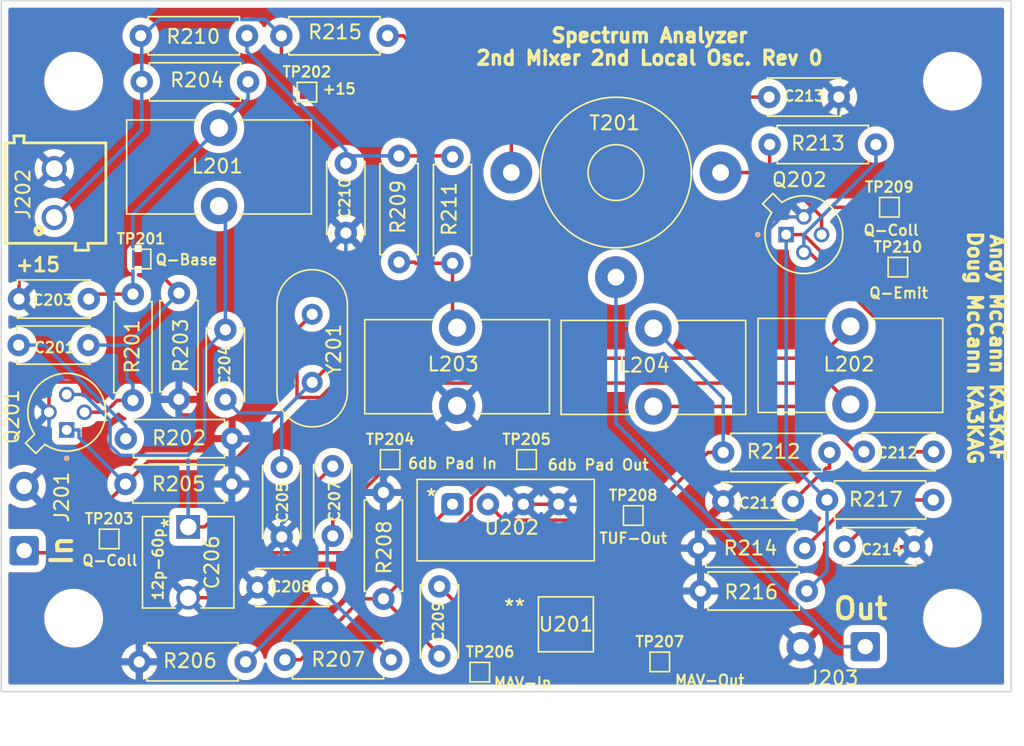
<source format=kicad_pcb>
(kicad_pcb (version 20211014) (generator pcbnew)

  (general
    (thickness 1.6)
  )

  (paper "A4")
  (title_block
    (title "Spectrum Analyzer: Second Mixer - Second Local Oscillator")
    (date "2022-08-06")
    (rev "0")
    (company "Andy McCann KA3KAF Doug McCann KA3KAG")
    (comment 2 "Wes Hayward W7ZOI")
    (comment 3 "Original Design By:")
  )

  (layers
    (0 "F.Cu" signal)
    (31 "B.Cu" signal)
    (32 "B.Adhes" user "B.Adhesive")
    (33 "F.Adhes" user "F.Adhesive")
    (34 "B.Paste" user)
    (35 "F.Paste" user)
    (36 "B.SilkS" user "B.Silkscreen")
    (37 "F.SilkS" user "F.Silkscreen")
    (38 "B.Mask" user)
    (39 "F.Mask" user)
    (40 "Dwgs.User" user "User.Drawings")
    (41 "Cmts.User" user "User.Comments")
    (42 "Eco1.User" user "User.Eco1")
    (43 "Eco2.User" user "User.Eco2")
    (44 "Edge.Cuts" user)
    (45 "Margin" user)
    (46 "B.CrtYd" user "B.Courtyard")
    (47 "F.CrtYd" user "F.Courtyard")
    (48 "B.Fab" user)
    (49 "F.Fab" user)
    (50 "User.1" user)
    (51 "User.2" user)
    (52 "User.3" user)
    (53 "User.4" user)
    (54 "User.5" user)
    (55 "User.6" user)
    (56 "User.7" user)
    (57 "User.8" user)
    (58 "User.9" user)
  )

  (setup
    (stackup
      (layer "F.SilkS" (type "Top Silk Screen"))
      (layer "F.Paste" (type "Top Solder Paste"))
      (layer "F.Mask" (type "Top Solder Mask") (thickness 0.01))
      (layer "F.Cu" (type "copper") (thickness 0.035))
      (layer "dielectric 1" (type "core") (thickness 1.51) (material "FR4") (epsilon_r 4.5) (loss_tangent 0.02))
      (layer "B.Cu" (type "copper") (thickness 0.035))
      (layer "B.Mask" (type "Bottom Solder Mask") (thickness 0.01))
      (layer "B.Paste" (type "Bottom Solder Paste"))
      (layer "B.SilkS" (type "Bottom Silk Screen"))
      (copper_finish "None")
      (dielectric_constraints no)
    )
    (pad_to_mask_clearance 0)
    (grid_origin 101.3968 124.7648)
    (pcbplotparams
      (layerselection 0x0000020_7ffffffe)
      (disableapertmacros false)
      (usegerberextensions false)
      (usegerberattributes false)
      (usegerberadvancedattributes false)
      (creategerberjobfile false)
      (svguseinch false)
      (svgprecision 6)
      (excludeedgelayer true)
      (plotframeref false)
      (viasonmask false)
      (mode 1)
      (useauxorigin false)
      (hpglpennumber 1)
      (hpglpenspeed 20)
      (hpglpendiameter 15.000000)
      (dxfpolygonmode true)
      (dxfimperialunits false)
      (dxfusepcbnewfont true)
      (psnegative false)
      (psa4output false)
      (plotreference true)
      (plotvalue false)
      (plotinvisibletext false)
      (sketchpadsonfab false)
      (subtractmaskfromsilk false)
      (outputformat 3)
      (mirror false)
      (drillshape 0)
      (scaleselection 1)
      (outputdirectory "")
    )
  )

  (net 0 "")
  (net 1 "Net-(C201-Pad1)")
  (net 2 "GND")
  (net 3 "Net-(C203-Pad1)")
  (net 4 "Net-(C201-Pad2)")
  (net 5 "Net-(C204-Pad1)")
  (net 6 "Net-(C204-Pad2)")
  (net 7 "Net-(C207-Pad2)")
  (net 8 "Net-(C209-Pad1)")
  (net 9 "Net-(C209-Pad2)")
  (net 10 "Net-(C210-Pad1)")
  (net 11 "Net-(C211-Pad1)")
  (net 12 "Net-(C212-Pad1)")
  (net 13 "Net-(C212-Pad2)")
  (net 14 "Net-(C213-Pad2)")
  (net 15 "Net-(J203-Pad1)")
  (net 16 "Net-(C214-Pad2)")
  (net 17 "Net-(L202-Pad2)")
  (net 18 "Net-(J201-Pad1)")
  (net 19 "Net-(L204-Pad1)")
  (net 20 "Net-(L203-Pad1)")
  (net 21 "/+15")
  (net 22 "Net-(Q202-Pad1)")
  (net 23 "Net-(Q202-Pad3)")

  (footprint "TestPoint:TestPoint_Pad_1.0x1.0mm" (layer "F.Cu") (at 112.6852 93.7514))

  (footprint "Resistor_THT:R_Axial_DIN0207_L6.3mm_D2.5mm_P7.62mm_Horizontal" (layer "F.Cu") (at 161.8596 111.0234))

  (footprint "Capacitor_THT:C_Disc_D5.0mm_W2.5mm_P5.00mm" (layer "F.Cu") (at 108.9368 96.6216 180))

  (footprint "Resistor_THT:R_Axial_DIN0207_L6.3mm_D2.5mm_P7.62mm_Horizontal" (layer "F.Cu") (at 157.7448 85.5472))

  (footprint "Capacitor_THT:C_Disc_D5.0mm_W2.5mm_P5.00mm" (layer "F.Cu") (at 122.769 108.6758 -90))

  (footprint "2ndmixer-2ndlo:GKG60015" (layer "F.Cu") (at 116.0634 112.9538 -90))

  (footprint "TestPoint:TestPoint_Pad_1.0x1.0mm" (layer "F.Cu") (at 166.33 90.043))

  (footprint "TestPoint:TestPoint_Pad_1.0x1.0mm" (layer "F.Cu") (at 110.3992 113.8174))

  (footprint "Resistor_THT:R_Axial_DIN0207_L6.3mm_D2.5mm_P7.62mm_Horizontal" (layer "F.Cu") (at 135.0118 86.4362 -90))

  (footprint "Resistor_THT:R_Axial_DIN0207_L6.3mm_D2.5mm_P7.62mm_Horizontal" (layer "F.Cu") (at 160.4118 117.5512 180))

  (footprint "TestPoint:TestPoint_Pad_1.0x1.0mm" (layer "F.Cu") (at 130.5414 108.1278))

  (footprint "Connector_Wire:SolderWire-0.5sqmm_1x02_P4.6mm_D0.9mm_OD2.1mm" (layer "F.Cu") (at 104.3032 114.6556 90))

  (footprint "2ndmixer-2ndlo:691103110002" (layer "F.Cu") (at 106.4622 89.027 90))

  (footprint "MountingHole:MountingHole_3.2mm_M3" (layer "F.Cu") (at 170.849 119.5))

  (footprint "TestPoint:TestPoint_Pad_1.0x1.0mm" (layer "F.Cu") (at 124.5724 81.788))

  (footprint "Resistor_THT:R_Axial_DIN0207_L6.3mm_D2.5mm_P7.62mm_Horizontal" (layer "F.Cu") (at 120.1782 122.6312 180))

  (footprint "TestPoint:TestPoint_Pad_1.0x1.0mm" (layer "F.Cu") (at 136.9676 123.3678))

  (footprint "Capacitor_THT:C_Disc_D5.0mm_W2.5mm_P5.00mm" (layer "F.Cu") (at 164.5012 107.569))

  (footprint "Capacitor_THT:C_Disc_D5.0mm_W2.5mm_P5.00mm" (layer "F.Cu") (at 134.072 122.2248 90))

  (footprint "Resistor_THT:R_Axial_DIN0207_L6.3mm_D2.5mm_P7.62mm_Horizontal" (layer "F.Cu") (at 111.5676 109.8804))

  (footprint "Resistor_THT:R_Axial_DIN0207_L6.3mm_D2.5mm_P7.62mm_Horizontal" (layer "F.Cu") (at 115.403 96.1898 -90))

  (footprint "MountingHole:MountingHole_3.2mm_M3" (layer "F.Cu") (at 107.849 119.5))

  (footprint "Resistor_THT:R_Axial_DIN0207_L6.3mm_D2.5mm_P7.62mm_Horizontal" (layer "F.Cu") (at 160.2594 114.4778 180))

  (footprint "Resistor_THT:R_Axial_DIN0207_L6.3mm_D2.5mm_P7.62mm_Horizontal" (layer "F.Cu") (at 122.7436 77.7494))

  (footprint "TestPoint:TestPoint_Pad_1.0x1.0mm" (layer "F.Cu") (at 140.3204 108.1278))

  (footprint "Resistor_THT:R_Axial_DIN0207_L6.3mm_D2.5mm_P7.62mm_Horizontal" (layer "F.Cu") (at 130.6176 122.4788 180))

  (footprint "Connector_Wire:SolderWire-0.5sqmm_1x02_P4.6mm_D0.9mm_OD2.1mm" (layer "F.Cu") (at 164.6028 121.539 180))

  (footprint "MountingHole:MountingHole_3.2mm_M3" (layer "F.Cu") (at 170.849 81))

  (footprint "Inductor_THT:L_Toroid_Vertical_L13.0mm_W6.5mm_P5.60mm" (layer "F.Cu") (at 163.536 98.5774))

  (footprint "TestPoint:TestPoint_Pad_1.0x1.0mm" (layer "F.Cu") (at 147.9658 112.141))

  (footprint "2ndmixer-2ndlo:MAV-11BSM&plus_" (layer "F.Cu") (at 143.1398 119.9388))

  (footprint "Resistor_THT:R_Axial_DIN0207_L6.3mm_D2.5mm_P7.62mm_Horizontal" (layer "F.Cu") (at 112.101 96.266 -90))

  (footprint "Capacitor_THT:C_Disc_D5.0mm_W2.5mm_P5.00mm" (layer "F.Cu") (at 126.031 117.2972 180))

  (footprint "Capacitor_THT:C_Disc_D5.0mm_W2.5mm_P5.00mm" (layer "F.Cu") (at 108.9114 99.9236 180))

  (footprint "2ndmixer-2ndlo:TUF-1H" (layer "F.Cu") (at 135.0118 111.3312))

  (footprint "2ndmixer-2ndlo:TO127P584H533-4N" (layer "F.Cu") (at 107.3566 104.7349 90))

  (footprint "Resistor_THT:R_Axial_DIN0207_L6.3mm_D2.5mm_P7.62mm_Horizontal" (layer "F.Cu") (at 130.0588 118.11 90))

  (footprint "MountingHole:MountingHole_3.2mm_M3" (layer "F.Cu") (at 107.849 81))

  (footprint "TestPoint:TestPoint_Pad_1.0x1.0mm" (layer "F.Cu") (at 149.8708 122.6312))

  (footprint "Capacitor_THT:C_Disc_D5.0mm_W2.5mm_P5.00mm" (layer "F.Cu") (at 126.4266 108.5996 -90))

  (footprint "TestPoint:TestPoint_Pad_1.0x1.0mm" (layer "F.Cu") (at 166.9396 94.3356))

  (footprint "Capacitor_THT:C_Disc_D5.0mm_W2.5mm_P5.00mm" (layer "F.Cu") (at 168.1188 114.3762 180))

  (footprint "Capacitor_THT:C_Disc_D5.0mm_W2.5mm_P5.00mm" (layer "F.Cu") (at 162.7086 82.1436 180))

  (footprint "Resistor_THT:R_Axial_DIN0207_L6.3mm_D2.5mm_P7.62mm_Horizontal" (layer "F.Cu") (at 111.593 106.6292))

  (footprint "Resistor_THT:R_Axial_DIN0207_L6.3mm_D2.5mm_P7.62mm_Horizontal" (layer "F.Cu") (at 112.6598 77.7494))

  (footprint "Capacitor_THT:C_Disc_D5.0mm_W2.5mm_P5.00mm" (layer "F.Cu") (at 159.4212 111.125 180))

  (footprint "Resistor_THT:R_Axial_DIN0207_L6.3mm_D2.5mm_P7.62mm_Horizontal" (layer "F.Cu") (at 154.4174 107.6198))

  (footprint "Crystal:Crystal_HC49-U_Vertical" (layer "F.Cu") (at 124.9534 97.7138 -90))

  (footprint "Capacitor_THT:C_Disc_D5.0mm_W2.5mm_P5.00mm" (layer "F.Cu") (at 127.3664 86.8826 -90))

  (footprint "Resistor_THT:R_Axial_DIN0207_L6.3mm_D2.5mm_P7.62mm_Horizontal" (layer "F.Cu") (at 131.1764 86.36 -90))

  (footprint "2ndmixer-2ndlo:TO127P584H533-4N" (layer "F.Cu") (at 160.1979 92.0042))

  (footprint "Inductor_THT:L_Toroid_Vertical_L13.0mm_W6.5mm_P5.60mm" (layer "F.Cu")
    (tedit 5AE59B06) (tstamp f41a74f0-f08d-4a59-8c14-7a62be4f95a9)
    (at 149.4136 98.7238)
    (descr "L_Toroid, Vertical series, Radial, pin pitch=5.60mm, , length*width=13*6.5mm^2")
    (tags "L_Toroid Vertical series Radial pin pitch 5.60mm  length 13mm width 6.5mm")
    (property "Field4" "T30-6")
    (property "Field5" "10T #30")
    (property "Sheetfile" "2ndmixer-2ndlo.kicad_sch")
    (property "Sheetname" "")
    (path "/3e151dce-4ef4-4d64-8f76-0d95fbc5cb83")
    (attr through_hole)
    (fp_text reference "L204" (at -0.6604 2.6416) (layer "F.SilkS")
      (effects (font (size 1 1) (thickness 0.15)))
      (tstamp d5b9b099-5e0a-4556-9093-133997c99053)
    )
    (fp_text value "1u" (at 0 8.15) (layer "F.Fab")
      (effects (font (size 1 1) (thickness 0.15)))
      (tstamp ce9960df-0b8f-47e0-b160-003ff19f6d97)
    )
    (fp_text user "${REFERENCE}" (at 2.8 0) (layer "F.Fab")
      (effects (font (size 1 1) (thickness 0.15)))
      (tstamp dacb089b-b4ba-4f51-a790-c6041c7db7f6)
    )
    (fp_line (start 1.478 -0.57) (end 6.62 -0.57) (layer "F.SilkS") (width 0.12) (tstamp 0e6aa215-667e-4844-b0b0-1c0a487cddea))
    (fp_line (start -6.62 6.17) (end -1.478 6.17) (layer "F.SilkS") (width 0.12) (tstamp 241bf8d7-0186-40f8-b446-ac7f6edb47c9))
    (fp_line (start 6.62 -0.57) (end 6.62 6.17) (layer "F.SilkS") (width 0.12) (tstamp 834fddaf-d9bb-45d9-8100-c2d464f77d39))
    (fp_line (start 1.478 6.17) (end 6.62 6.17) (layer "F.SilkS") (width 0.12) (tstamp 967d58a0-00a3-46c5-a8de-1728dceda6e8))
    (fp_line (start -6.62 -0.57) (end -6.62 6.17) (layer "F.SilkS") (width 0.12) (tstamp 9b06e1f4-2b94-4e79-95cc-0fdbac349cbc))
    (fp_line (start -6.62 -0.57) (end -1.478 -0.57) (layer "F.SilkS") (width 0.12) (tstamp a8e44375-a78e-44e9-adad-1fd0fcf347a7))
    (fp_line (start -6.75 7.15) (end 6.75 7.15) (layer "F.CrtYd") (width 0.05) (tstamp 6c31f7f0-ab60-4795-b836-d1e54881e759))
    (fp_line (start -6.75 -1.55) (end -6.75 7.15) (layer "F.CrtYd") (width 0.05) (tstamp 9f731f0e-e9b6-4437-bced-aeb77944d646))
    (fp_line (start 6.75 -1.55) (end -6.75 -1.55) (layer "F.CrtYd") (width 0.05) (tstamp b1950def-ba64-4647-ae36-820b7056fcc8))
    (fp_line (start 6.75 7.15) (end 6.75 -1.55) (layer "F.CrtYd") (width 0.05) (tstamp e93b21c3-f56f-438c-a311-f15ce48b01e5))
    (fp_line (start -4.16 0) (end -3.64 5.6) (layer "F.Fab") (width 0.1) (tstamp 1313cd40-1386-4d3b-835d-5df47106e887))
    (fp_line (start -6.5 -0.45) (end -6.5 6.05) (layer "F.Fab") (width 0.1) (tstamp 1b071a81-b1bd-4452-a141-ffd959f36413))
    (fp_line (start 1.04 0) (end 1.56 5.6) (layer "F.Fab") (width 0.1) (tstamp 26f30839-f95e-4762-a42e-448b9bd36dda))
    (fp_line (start 6.5 -0.45) (end -6.5 -0.45) (layer "F.Fab") (width 0.1) (tstamp 27a6c59e-4a81-4c30-b00b-e6b044cc7edf))
    (fp_line (start 6.5 6.05) (end 6.5 -0.45) (layer "F.Fab") (width 0.1) (tstamp 39d3c6a9-dde5-42f6-8a18-fe136051b09f))
    (fp_line (start -1.04 0) (end -0.52 5.6) (layer "F.Fab") (width 0.1) (tstamp 40825d23-03b0-467e-9746-baa57083e2a7))
    (fp_line (start 0 0) (end 0.52 5.6) (layer "F.Fab") (width 0.1) (tstamp 4f0780a7-a3d5-4f5e-a45d-56b0bdcc626a))
    (fp_line (start 4.16 0) (end 4.68 5.6) (layer "F.Fab") (width 0.1) (tstamp 517dd753-43cf-47ce-b0ae-937bfdf5fdca))
    (fp_line (start 5.2 0) (end -5.2 0) (layer "F.Fab") (width 0.1) (tstamp 6b1f7268-d40c-4278-9806-6f779a4ac9fa))
    (fp_line (start -2.08 0) (end -1.56 5.6) (layer "F.Fab") (width 0.1) (tstamp 816c14c4-3671-4e4c-b422-bd650f127f86))
    (fp_line (start -5.2 0) (end -5.2 5.6) (layer "F.Fab") (width 0.1) (tstamp 83536438-afcd-4bda-abcf-6d7beac479b8))
    (fp_line (start -5.2 5.6) (end 5.2 5.6) (layer "F.Fab") (width 0.1) (tstamp 86ff4b96-40ea-42e9-a3e5-8c9892e23025))
    (fp_line (start 5.2 5.6) (end 5.2 0) (layer "F.Fab") (width 0.1) (tstamp 96e16917-7bdf-4036-86f7-2f2f45b82458))
    (fp_line (start 3.12 0) (end 3.64 5.6) (layer "F.Fab") (width 0.1) (tstamp a0a59bb9-a221-4683-b229-3a69614a6e1a))
    (fp_line (start -5.2 0) (end -4.68 5.6) (layer "F.Fab") (width 0.1) (tstamp adc2b5bc-10dd-4f5e-b9c7-a9b0d4772980))
    (fp_line (start -3.12 0) (end -2.6 5.6) (layer "F.Fab") (width 0.1) (tstamp d2eac18a-446c-4d7c-882c-9ec7e8848eb0))
    (fp_line (start -6.5 6.05) (end 6.5 6.05) (layer "F.Fab") (width 0.1) (tstamp e2c81833-0a2b-4c08-9718-8e15f92fdf6d))
    (fp_line (start 2.08 0) (end 2.6 5.6) (layer "F.Fab") (width 0.1) (tstamp fb38d1da-a98b-43ab-b19d-b5d69754a7d8))
    (pad "1" thru_hole circle (at 0 0) (size 2.6 2.6) (drill 1.3) (layers *.Cu *.Mask)
      (net 19 "Net-(L204-Pad1)") (pintype "passive") (tstamp 5b9e0ec5-afcf-4fce-984a-d789b6dab722))
    (pad "2" thru_hole circle (at 0 5.6) (size 2.6 2.6) (drill 1.3) (layers *.Cu *.Mask)
      (net 12 "Net-(C212-Pad1)") (pintype "passiv
... [735576 chars truncated]
</source>
